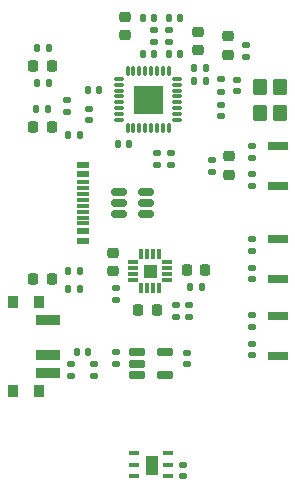
<source format=gtp>
G04 #@! TF.GenerationSoftware,KiCad,Pcbnew,9.0.3*
G04 #@! TF.CreationDate,2025-07-16T17:21:36+12:00*
G04 #@! TF.ProjectId,TempSense,54656d70-5365-46e7-9365-2e6b69636164,rev?*
G04 #@! TF.SameCoordinates,Original*
G04 #@! TF.FileFunction,Paste,Top*
G04 #@! TF.FilePolarity,Positive*
%FSLAX46Y46*%
G04 Gerber Fmt 4.6, Leading zero omitted, Abs format (unit mm)*
G04 Created by KiCad (PCBNEW 9.0.3) date 2025-07-16 17:21:36*
%MOMM*%
%LPD*%
G01*
G04 APERTURE LIST*
G04 Aperture macros list*
%AMRoundRect*
0 Rectangle with rounded corners*
0 $1 Rounding radius*
0 $2 $3 $4 $5 $6 $7 $8 $9 X,Y pos of 4 corners*
0 Add a 4 corners polygon primitive as box body*
4,1,4,$2,$3,$4,$5,$6,$7,$8,$9,$2,$3,0*
0 Add four circle primitives for the rounded corners*
1,1,$1+$1,$2,$3*
1,1,$1+$1,$4,$5*
1,1,$1+$1,$6,$7*
1,1,$1+$1,$8,$9*
0 Add four rect primitives between the rounded corners*
20,1,$1+$1,$2,$3,$4,$5,0*
20,1,$1+$1,$4,$5,$6,$7,0*
20,1,$1+$1,$6,$7,$8,$9,0*
20,1,$1+$1,$8,$9,$2,$3,0*%
G04 Aperture macros list end*
%ADD10C,0.010000*%
%ADD11RoundRect,0.052500X-0.377500X-0.157500X0.377500X-0.157500X0.377500X0.157500X-0.377500X0.157500X0*%
%ADD12RoundRect,0.218750X0.256250X-0.218750X0.256250X0.218750X-0.256250X0.218750X-0.256250X-0.218750X0*%
%ADD13RoundRect,0.045000X-0.630000X-0.255000X0.630000X-0.255000X0.630000X0.255000X-0.630000X0.255000X0*%
%ADD14RoundRect,0.140000X-0.140000X-0.170000X0.140000X-0.170000X0.140000X0.170000X-0.140000X0.170000X0*%
%ADD15RoundRect,0.140000X-0.170000X0.140000X-0.170000X-0.140000X0.170000X-0.140000X0.170000X0.140000X0*%
%ADD16R,1.700000X0.800000*%
%ADD17RoundRect,0.147500X-0.172500X0.147500X-0.172500X-0.147500X0.172500X-0.147500X0.172500X0.147500X0*%
%ADD18RoundRect,0.135000X0.135000X0.185000X-0.135000X0.185000X-0.135000X-0.185000X0.135000X-0.185000X0*%
%ADD19RoundRect,0.225000X-0.250000X0.225000X-0.250000X-0.225000X0.250000X-0.225000X0.250000X0.225000X0*%
%ADD20RoundRect,0.218750X-0.218750X-0.256250X0.218750X-0.256250X0.218750X0.256250X-0.218750X0.256250X0*%
%ADD21RoundRect,0.135000X-0.135000X-0.185000X0.135000X-0.185000X0.135000X0.185000X-0.135000X0.185000X0*%
%ADD22RoundRect,0.140000X0.140000X0.170000X-0.140000X0.170000X-0.140000X-0.170000X0.140000X-0.170000X0*%
%ADD23RoundRect,0.135000X0.185000X-0.135000X0.185000X0.135000X-0.185000X0.135000X-0.185000X-0.135000X0*%
%ADD24RoundRect,0.150000X-0.512500X-0.150000X0.512500X-0.150000X0.512500X0.150000X-0.512500X0.150000X0*%
%ADD25R,2.000000X0.900000*%
%ADD26R,0.930000X1.100000*%
%ADD27RoundRect,0.218750X-0.256250X0.218750X-0.256250X-0.218750X0.256250X-0.218750X0.256250X0.218750X0*%
%ADD28RoundRect,0.147500X-0.147500X-0.172500X0.147500X-0.172500X0.147500X0.172500X-0.147500X0.172500X0*%
%ADD29RoundRect,0.135000X-0.185000X0.135000X-0.185000X-0.135000X0.185000X-0.135000X0.185000X0.135000X0*%
%ADD30RoundRect,0.225000X-0.225000X-0.250000X0.225000X-0.250000X0.225000X0.250000X-0.225000X0.250000X0*%
%ADD31RoundRect,0.218750X0.218750X0.256250X-0.218750X0.256250X-0.218750X-0.256250X0.218750X-0.256250X0*%
%ADD32RoundRect,0.140000X0.170000X-0.140000X0.170000X0.140000X-0.170000X0.140000X-0.170000X-0.140000X0*%
%ADD33RoundRect,0.032500X0.397500X0.097500X-0.397500X0.097500X-0.397500X-0.097500X0.397500X-0.097500X0*%
%ADD34RoundRect,0.032500X0.097500X0.397500X-0.097500X0.397500X-0.097500X-0.397500X0.097500X-0.397500X0*%
%ADD35RoundRect,0.225000X0.250000X-0.225000X0.250000X0.225000X-0.250000X0.225000X-0.250000X-0.225000X0*%
%ADD36R,1.140000X0.600000*%
%ADD37R,1.140000X0.300000*%
%ADD38RoundRect,0.147500X0.172500X-0.147500X0.172500X0.147500X-0.172500X0.147500X-0.172500X-0.147500X0*%
%ADD39RoundRect,0.250000X0.350000X-0.450000X0.350000X0.450000X-0.350000X0.450000X-0.350000X-0.450000X0*%
%ADD40RoundRect,0.033750X-0.101250X0.371250X-0.101250X-0.371250X0.101250X-0.371250X0.101250X0.371250X0*%
%ADD41RoundRect,0.033750X-0.371250X0.101250X-0.371250X-0.101250X0.371250X-0.101250X0.371250X0.101250X0*%
G04 APERTURE END LIST*
D10*
X76470000Y-94260000D02*
X75530000Y-94260000D01*
X75530000Y-92740000D01*
X76470000Y-92740000D01*
X76470000Y-94260000D01*
G36*
X76470000Y-94260000D02*
G01*
X75530000Y-94260000D01*
X75530000Y-92740000D01*
X76470000Y-92740000D01*
X76470000Y-94260000D01*
G37*
X76450000Y-77635000D02*
X75390000Y-77635000D01*
X75390000Y-76575000D01*
X76450000Y-76575000D01*
X76450000Y-77635000D01*
G36*
X76450000Y-77635000D02*
G01*
X75390000Y-77635000D01*
X75390000Y-76575000D01*
X76450000Y-76575000D01*
X76450000Y-77635000D01*
G37*
X76920000Y-63745000D02*
X74580000Y-63745000D01*
X74580000Y-61405000D01*
X76920000Y-61405000D01*
X76920000Y-63745000D01*
G36*
X76920000Y-63745000D02*
G01*
X74580000Y-63745000D01*
X74580000Y-61405000D01*
X76920000Y-61405000D01*
X76920000Y-63745000D01*
G37*
D11*
X74565000Y-92500000D03*
X74565000Y-93500000D03*
X74565000Y-94500000D03*
X77435000Y-94500000D03*
X77435000Y-93500000D03*
X77435000Y-92500000D03*
D12*
X82500000Y-58787500D03*
X82500000Y-57212500D03*
D13*
X74815000Y-83990000D03*
X74815000Y-84940000D03*
X74815000Y-85890000D03*
X77185000Y-85890000D03*
X77185000Y-83990000D03*
D14*
X77500000Y-55700000D03*
X78460000Y-55700000D03*
D15*
X79000000Y-84010000D03*
X79000000Y-84970000D03*
D16*
X86750000Y-66490000D03*
X86750000Y-69890000D03*
D15*
X69200000Y-85020000D03*
X69200000Y-85980000D03*
D17*
X77500000Y-56715000D03*
X77500000Y-57685000D03*
D14*
X79670000Y-60975000D03*
X80630000Y-60975000D03*
D18*
X67317500Y-58250000D03*
X66297500Y-58250000D03*
D15*
X84550000Y-76815000D03*
X84550000Y-77775000D03*
D18*
X70020000Y-65575000D03*
X69000000Y-65575000D03*
D14*
X79670000Y-59875000D03*
X80630000Y-59875000D03*
D19*
X73750000Y-55600000D03*
X73750000Y-57150000D03*
D18*
X70020000Y-77075000D03*
X69000000Y-77075000D03*
D20*
X66000000Y-64875000D03*
X67575000Y-64875000D03*
D21*
X66297500Y-61200000D03*
X67317500Y-61200000D03*
D22*
X74145000Y-66375000D03*
X73185000Y-66375000D03*
X71580000Y-61800000D03*
X70620000Y-61800000D03*
D16*
X86750000Y-74375000D03*
X86750000Y-77775000D03*
D15*
X70750000Y-63400000D03*
X70750000Y-64360000D03*
D23*
X78100000Y-80995000D03*
X78100000Y-79975000D03*
D16*
X86750000Y-80875000D03*
X86750000Y-84275000D03*
D18*
X70020000Y-78600000D03*
X69000000Y-78600000D03*
D23*
X84550000Y-75395000D03*
X84550000Y-74375000D03*
X76500000Y-68110000D03*
X76500000Y-67090000D03*
D24*
X73312500Y-70375000D03*
X73312500Y-71325000D03*
X73312500Y-72275000D03*
X75587500Y-72275000D03*
X75587500Y-71325000D03*
X75587500Y-70375000D03*
D23*
X73000000Y-79595000D03*
X73000000Y-78575000D03*
D25*
X67246800Y-81249900D03*
X67246800Y-84249900D03*
X67246800Y-85749800D03*
D26*
X66535400Y-87300000D03*
X64265400Y-87300000D03*
X64265400Y-79700000D03*
X66535400Y-79700000D03*
D22*
X76230000Y-58690000D03*
X75270000Y-58690000D03*
D15*
X84550000Y-83295000D03*
X84550000Y-84255000D03*
D23*
X79200000Y-80995000D03*
X79200000Y-79975000D03*
D27*
X82600000Y-67402500D03*
X82600000Y-68977500D03*
D28*
X69715000Y-84000000D03*
X70685000Y-84000000D03*
D29*
X84000000Y-57990000D03*
X84000000Y-59010000D03*
D30*
X79025000Y-77010000D03*
X80575000Y-77010000D03*
D14*
X77500000Y-58700000D03*
X78460000Y-58700000D03*
D31*
X67575000Y-59750000D03*
X66000000Y-59750000D03*
D21*
X79290000Y-78500000D03*
X80310000Y-78500000D03*
D29*
X77650000Y-67090000D03*
X77650000Y-68110000D03*
D30*
X74925000Y-80400000D03*
X76475000Y-80400000D03*
D32*
X81950000Y-63980000D03*
X81950000Y-63020000D03*
D21*
X66257500Y-63375000D03*
X67277500Y-63375000D03*
D33*
X77355000Y-77855000D03*
X77355000Y-77355000D03*
X77355000Y-76855000D03*
X77355000Y-76355000D03*
D34*
X76670000Y-75670000D03*
X76170000Y-75670000D03*
X75670000Y-75670000D03*
X75170000Y-75670000D03*
D33*
X74485000Y-76355000D03*
X74485000Y-76855000D03*
X74485000Y-77355000D03*
X74485000Y-77855000D03*
D34*
X75170000Y-78540000D03*
X75670000Y-78540000D03*
X76170000Y-78540000D03*
X76670000Y-78540000D03*
D29*
X81150000Y-67705000D03*
X81150000Y-68725000D03*
D35*
X72800000Y-77105000D03*
X72800000Y-75555000D03*
D23*
X84550000Y-67500000D03*
X84550000Y-66480000D03*
D36*
X70250000Y-68125000D03*
X70250000Y-68925000D03*
D37*
X70250000Y-70075000D03*
X70250000Y-71075000D03*
X70250000Y-71575000D03*
X70250000Y-72575000D03*
D36*
X70250000Y-74525000D03*
X70250000Y-73725000D03*
D37*
X70250000Y-73075000D03*
X70250000Y-72075000D03*
X70250000Y-70575000D03*
X70250000Y-69575000D03*
D38*
X76230000Y-57675000D03*
X76230000Y-56705000D03*
D23*
X81950000Y-61910000D03*
X81950000Y-60890000D03*
D15*
X73000000Y-83980000D03*
X73000000Y-84940000D03*
D20*
X66000000Y-77775000D03*
X67575000Y-77775000D03*
D23*
X84550000Y-81885000D03*
X84550000Y-80865000D03*
X68900000Y-63620000D03*
X68900000Y-62600000D03*
D15*
X71200000Y-85020000D03*
X71200000Y-85980000D03*
D39*
X86900000Y-63700000D03*
X86900000Y-61500000D03*
X85200000Y-61500000D03*
X85200000Y-63700000D03*
D15*
X84550000Y-68910000D03*
X84550000Y-69870000D03*
D22*
X76230000Y-55690000D03*
X75270000Y-55690000D03*
D35*
X80000000Y-58425000D03*
X80000000Y-56875000D03*
D15*
X83250000Y-60920000D03*
X83250000Y-61880000D03*
X78700000Y-93500000D03*
X78700000Y-94460000D03*
D40*
X77500000Y-60130000D03*
X77000000Y-60130000D03*
X76500000Y-60130000D03*
X76000000Y-60130000D03*
X75500000Y-60130000D03*
X75000000Y-60130000D03*
X74500000Y-60130000D03*
X74000000Y-60130000D03*
D41*
X73305000Y-60825000D03*
X73305000Y-61325000D03*
X73305000Y-61825000D03*
X73305000Y-62325000D03*
X73305000Y-62825000D03*
X73305000Y-63325000D03*
X73305000Y-63825000D03*
X73305000Y-64325000D03*
D40*
X74000000Y-65020000D03*
X74500000Y-65020000D03*
X75000000Y-65020000D03*
X75500000Y-65020000D03*
X76000000Y-65020000D03*
X76500000Y-65020000D03*
X77000000Y-65020000D03*
X77500000Y-65020000D03*
D41*
X78195000Y-64325000D03*
X78195000Y-63825000D03*
X78195000Y-63325000D03*
X78195000Y-62825000D03*
X78195000Y-62325000D03*
X78195000Y-61825000D03*
X78195000Y-61325000D03*
X78195000Y-60825000D03*
M02*

</source>
